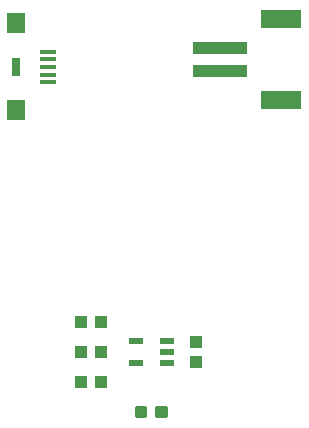
<source format=gtp>
G75*
%MOIN*%
%OFA0B0*%
%FSLAX25Y25*%
%IPPOS*%
%LPD*%
%AMOC8*
5,1,8,0,0,1.08239X$1,22.5*
%
%ADD10R,0.04724X0.02165*%
%ADD11R,0.04331X0.03937*%
%ADD12R,0.03937X0.04331*%
%ADD13R,0.18110X0.03937*%
%ADD14R,0.13386X0.06299*%
%ADD15C,0.01181*%
%ADD16R,0.05512X0.01575*%
%ADD17R,0.05906X0.07087*%
%ADD18R,0.02756X0.05906*%
D10*
X0163215Y0221260D03*
X0163215Y0228740D03*
X0173452Y0228740D03*
X0173452Y0225000D03*
X0173452Y0221260D03*
D11*
X0151680Y0225000D03*
X0144987Y0225000D03*
X0144987Y0215000D03*
X0151680Y0215000D03*
X0151680Y0235000D03*
X0144987Y0235000D03*
D12*
X0183333Y0228346D03*
X0183333Y0221654D03*
D13*
X0191266Y0318563D03*
X0191266Y0326437D03*
D14*
X0211739Y0335886D03*
X0211739Y0309114D03*
D15*
X0163503Y0206378D02*
X0163503Y0203622D01*
X0163503Y0206378D02*
X0166259Y0206378D01*
X0166259Y0203622D01*
X0163503Y0203622D01*
X0163503Y0204802D02*
X0166259Y0204802D01*
X0166259Y0205982D02*
X0163503Y0205982D01*
X0170408Y0206378D02*
X0170408Y0203622D01*
X0170408Y0206378D02*
X0173164Y0206378D01*
X0173164Y0203622D01*
X0170408Y0203622D01*
X0170408Y0204802D02*
X0173164Y0204802D01*
X0173164Y0205982D02*
X0170408Y0205982D01*
D16*
X0133963Y0314882D03*
X0133963Y0317441D03*
X0133963Y0320000D03*
X0133963Y0322559D03*
X0133963Y0325118D03*
D17*
X0123333Y0334504D03*
X0123333Y0305496D03*
D18*
X0123333Y0320000D03*
M02*

</source>
